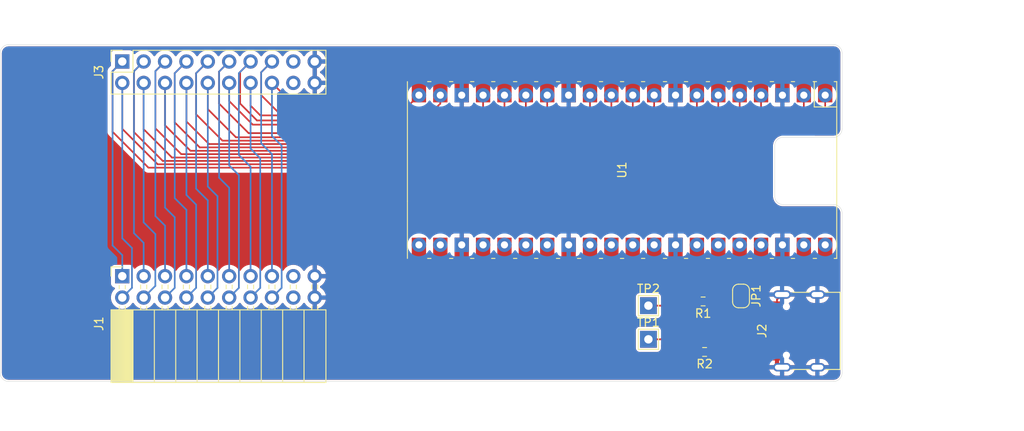
<source format=kicad_pcb>
(kicad_pcb (version 20241229) (generator "pcbnew") (generator_version "9.0")
  (layers (0 "F.Cu" signal) (2 "B.Cu" signal) (13 "F.Paste" user) (15 "B.Paste" user) (5 "F.SilkS" user "F.Silkscreen") (7 "B.SilkS" user "B.Silkscreen") (1 "F.Mask" user) (3 "B.Mask" user) (25 "Edge.Cuts" user))
  (net 0 "")
  (net 1 "/COL0")
  (net 2 "/COL8")
  (net 3 "/ROW3")
  (net 4 "/COL4")
  (net 5 "/ROW0")
  (net 6 "/COL7")
  (net 7 "/ROW1")
  (net 8 "/COL5")
  (net 10 "/ROW2")
  (net 11 "/COL1")
  (net 12 "/COL2")
  (net 13 "/COL10")
  (net 14 "/COL6")
  (net 15 "/COL9")
  (net 16 "/COL11")
  (net 17 "/COL3")
  (net 18 "GND")
  (net 20 "/VBUS")
  (net 21 "Net-(J2-CC1)")
  (net 22 "Net-(J2-CC2)")
  (net 23 "/DP")
  (net 24 "/DM")
  (net 27 "Net-(JP1-A)")
  (footprint "Connector_PinSocket_2.54mm:PinSocket_2x10_P2.54mm_Horizontal" (layer "F.Cu") (at 64.5 87.5 90)
    (property "Reference" "J1" (at -5.65 -2.77 90) (layer "F.SilkS"))
    (property "Value" "Conn_02x10_Odd_Even")
    (pad "1" thru_hole rect (at 0 0 90) (size 1.7 1.7) (drill 1) (layers "*.Cu" "*.Mask") (net 1 "/COL0"))
    (pad "2" thru_hole oval (at -2.54 0 90) (size 1.7 1.7) (drill 1) (layers "*.Cu" "*.Mask") (net 11 "/COL1"))
    (pad "3" thru_hole oval (at 0 2.54 90) (size 1.7 1.7) (drill 1) (layers "*.Cu" "*.Mask") (net 12 "/COL2"))
    (pad "4" thru_hole oval (at -2.54 2.54 90) (size 1.7 1.7) (drill 1) (layers "*.Cu" "*.Mask") (net 17 "/COL3"))
    (pad "5" thru_hole oval (at 0 5.08 90) (size 1.7 1.7) (drill 1) (layers "*.Cu" "*.Mask") (net 4 "/COL4"))
    (pad "6" thru_hole oval (at -2.54 5.08 90) (size 1.7 1.7) (drill 1) (layers "*.Cu" "*.Mask") (net 8 "/COL5"))
    (pad "7" thru_hole oval (at 0 7.62 90) (size 1.7 1.7) (drill 1) (layers "*.Cu" "*.Mask") (net 14 "/COL6"))
    (pad "8" thru_hole oval (at -2.54 7.62 90) (size 1.7 1.7) (drill 1) (layers "*.Cu" "*.Mask") (net 6 "/COL7"))
    (pad "9" thru_hole oval (at 0 10.16 90) (size 1.7 1.7) (drill 1) (layers "*.Cu" "*.Mask") (net 2 "/COL8"))
    (pad "10" thru_hole oval (at -2.54 10.16 90) (size 1.7 1.7) (drill 1) (layers "*.Cu" "*.Mask") (net 15 "/COL9"))
    (pad "11" thru_hole oval (at 0 12.7 90) (size 1.7 1.7) (drill 1) (layers "*.Cu" "*.Mask") (net 13 "/COL10"))
    (pad "12" thru_hole oval (at -2.54 12.7 90) (size 1.7 1.7) (drill 1) (layers "*.Cu" "*.Mask") (net 16 "/COL11"))
    (pad "13" thru_hole oval (at 0 15.24 90) (size 1.7 1.7) (drill 1) (layers "*.Cu" "*.Mask") (net 5 "/ROW0"))
    (pad "14" thru_hole oval (at -2.54 15.24 90) (size 1.7 1.7) (drill 1) (layers "*.Cu" "*.Mask") (net 7 "/ROW1"))
    (pad "15" thru_hole oval (at 0 17.78 90) (size 1.7 1.7) (drill 1) (layers "*.Cu" "*.Mask") (net 10 "/ROW2"))
    (pad "16" thru_hole oval (at -2.54 17.78 90) (size 1.7 1.7) (drill 1) (layers "*.Cu" "*.Mask") (net 3 "/ROW3"))
    (pad "17" thru_hole oval (at 0 20.32 90) (size 1.7 1.7) (drill 1) (layers "*.Cu" "*.Mask"))
    (pad "18" thru_hole oval (at -2.54 20.32 90) (size 1.7 1.7) (drill 1) (layers "*.Cu" "*.Mask"))
    (pad "19" thru_hole oval (at 0 22.86 90) (size 1.7 1.7) (drill 1) (layers "*.Cu" "*.Mask") (net 18 "GND"))
    (pad "20" thru_hole oval (at -2.54 22.86 90) (size 1.7 1.7) (drill 1) (layers "*.Cu" "*.Mask") (net 18 "GND"))
  )
  (footprint "Connector_USB:USB_C_Receptacle_G-Switch_GT-USB-7010ASV" (layer "F.Cu") (at 146 94 90)
    (property "Reference" "J2" (at 0 -5.5 90) (layer "F.SilkS"))
    (property "Value" "USB_C_Receptacle_USB2.0_16P")
    (pad "" np_thru_hole circle (at -2.89 -2.605 90) (size 0.65 0.65) (drill 0.65) (layers "*.Cu" "*.Mask"))
    (pad "" np_thru_hole circle (at 2.89 -2.605 90) (size 0.65 0.65) (drill 0.65) (layers "*.Cu" "*.Mask"))
    (pad "A1" smd rect (at -3.2 -3.725 90) (size 0.6 1.24) (layers "F.Cu" "F.Mask" "F.Paste") (net 18 "GND"))
    (pad "A4" smd rect (at -2.4 -3.725 90) (size 0.6 1.24) (layers "F.Cu" "F.Mask" "F.Paste") (net 20 "/VBUS"))
    (pad "A5" smd rect (at -1.25 -3.725 90) (size 0.3 1.24) (layers "F.Cu" "F.Mask" "F.Paste") (net 21 "Net-(J2-CC1)"))
    (pad "A6" smd rect (at -0.25 -3.725 90) (size 0.3 1.24) (layers "F.Cu" "F.Mask" "F.Paste") (net 23 "/DP"))
    (pad "A7" smd rect (at 0.25 -3.725 90) (size 0.3 1.24) (layers "F.Cu" "F.Mask" "F.Paste") (net 24 "/DM"))
    (pad "A8" smd rect (at 1.25 -3.725 90) (size 0.3 1.24) (layers "F.Cu" "F.Mask" "F.Paste"))
    (pad "A9" smd rect (at 2.4 -3.725 90) (size 0.6 1.24) (layers "F.Cu" "F.Mask" "F.Paste") (net 20 "/VBUS"))
    (pad "A12" smd rect (at 3.2 -3.725 90) (size 0.6 1.24) (layers "F.Cu" "F.Mask" "F.Paste") (net 18 "GND"))
    (pad "B1" smd rect (at 3.2 -3.725 90) (size 0.6 1.24) (layers "F.Cu" "F.Mask" "F.Paste") (net 18 "GND"))
    (pad "B4" smd rect (at 2.4 -3.725 90) (size 0.6 1.24) (layers "F.Cu" "F.Mask" "F.Paste") (net 20 "/VBUS"))
    (pad "B5" smd rect (at 1.75 -3.725 90) (size 0.3 1.24) (layers "F.Cu" "F.Mask" "F.Paste") (net 22 "Net-(J2-CC2)"))
    (pad "B6" smd rect (at 0.75 -3.725 90) (size 0.3 1.24) (layers "F.Cu" "F.Mask" "F.Paste") (net 23 "/DP"))
    (pad "B7" smd rect (at -0.75 -3.725 90) (size 0.3 1.24) (layers "F.Cu" "F.Mask" "F.Paste") (net 24 "/DM"))
    (pad "B8" smd rect (at -1.75 -3.725 90) (size 0.3 1.24) (layers "F.Cu" "F.Mask" "F.Paste"))
    (pad "B9" smd rect (at -2.4 -3.725 90) (size 0.6 1.24) (layers "F.Cu" "F.Mask" "F.Paste") (net 20 "/VBUS"))
    (pad "B12" smd rect (at -3.2 -3.725 90) (size 0.6 1.24) (layers "F.Cu" "F.Mask" "F.Paste") (net 18 "GND"))
    (pad "S1" thru_hole oval (at -4.32 -3.125 90) (size 1 2.1) (drill oval 0.6 1.7) (property pad_prop_heatsink) (layers "*.Cu" "*.Mask") (net 18 "GND"))
    (pad "S1" thru_hole oval (at -4.32 1.075 90) (size 1 1.8) (drill oval 0.6 1.4) (property pad_prop_heatsink) (layers "*.Cu" "*.Mask") (net 18 "GND"))
    (pad "S1" thru_hole oval (at 4.32 -3.125 90) (size 1 2.1) (drill oval 0.6 1.7) (property pad_prop_heatsink) (layers "*.Cu" "*.Mask") (net 18 "GND"))
    (pad "S1" thru_hole oval (at 4.32 1.075 90) (size 1 1.8) (drill oval 0.6 1.4) (property pad_prop_heatsink) (layers "*.Cu" "*.Mask") (net 18 "GND"))
  )
  (footprint "Jumper:SolderJumper-2_P1.3mm_Bridged_RoundedPad1.0x1.5mm" (layer "F.Cu") (at 138 89.85 -90)
    (property "Reference" "JP1" (at 0 -1.8 90) (layer "F.SilkS"))
    (property "Value" "Jumper_2_Bridged")
    (fp_poly (pts (xy 0.25 -0.3) (xy -0.25 -0.3) (xy -0.25 0.3) (xy 0.25 0.3)) (fill yes) (layer "F.Cu"))
    (pad "1" smd custom (at -0.65 0 270) (size 1 0.5) (layers "F.Cu" "F.Mask") (net 27 "Net-(JP1-A)") (options (clearance outline) (anchor rect)) (primitives (gr_circle (center 0 0.25) (end 0.5 0.25) (width 0) (fill yes)) (gr_circle (center 0 -0.25) (end 0.5 -0.25) (width 0) (fill yes)) (gr_poly (pts (xy 0.5 0.75) (xy 0 0.75) (xy 0 -0.75) (xy 0.5 -0.75)) (width 0) (fill yes))))
    (pad "2" smd custom (at 0.65 0 270) (size 1 0.5) (layers "F.Cu" "F.Mask") (net 20 "/VBUS") (options (clearance outline) (anchor rect)) (primitives (gr_circle (center 0 0.25) (end 0.5 0.25) (width 0) (fill yes)) (gr_circle (center 0 -0.25) (end 0.5 -0.25) (width 0) (fill yes)) (gr_poly (pts (xy 0 0.75) (xy -0.5 0.75) (xy -0.5 -0.75) (xy 0 -0.75)) (width 0) (fill yes))))
  )
  (footprint "Resistor_SMD:R_0603_1608Metric" (layer "F.Cu") (at 133.5 90.5 180)
    (property "Reference" "R1" (at 0 -1.43 0) (layer "F.SilkS"))
    (property "Value" "5.1k")
    (pad "1" smd roundrect (at -0.825 0 180) (size 0.8 0.95) (layers "F.Cu" "F.Mask" "F.Paste") (net 22 "Net-(J2-CC2)"))
    (pad "2" smd roundrect (at 0.825 0 180) (size 0.8 0.95) (layers "F.Cu" "F.Mask" "F.Paste") (net 18 "GND"))
  )
  (footprint "Resistor_SMD:R_0603_1608Metric" (layer "F.Cu") (at 133.675 96.5 180)
    (property "Reference" "R2" (at 0 -1.43 0) (layer "F.SilkS"))
    (property "Value" "5.1k")
    (pad "1" smd roundrect (at -0.825 0 180) (size 0.8 0.95) (layers "F.Cu" "F.Mask" "F.Paste") (net 21 "Net-(J2-CC1)"))
    (pad "2" smd roundrect (at 0.825 0 180) (size 0.8 0.95) (layers "F.Cu" "F.Mask" "F.Paste") (net 18 "GND"))
  )
  (footprint "Connector_PinSocket_2.54mm:PinSocket_2x10_P2.54mm_Vertical" (layer "F.Cu") (at 64.5 62 90)
    (property "Reference" "J3" (at -1.27 -2.77 90) (layer "F.SilkS"))
    (property "Value" "Conn_02x10_Odd_Even")
    (pad "1" thru_hole rect (at 0 0 90) (size 1.7 1.7) (drill 1) (layers "*.Cu" "*.Mask") (net 1 "/COL0"))
    (pad "2" thru_hole oval (at -2.54 0 90) (size 1.7 1.7) (drill 1) (layers "*.Cu" "*.Mask") (net 11 "/COL1"))
    (pad "3" thru_hole oval (at 0 2.54 90) (size 1.7 1.7) (drill 1) (layers "*.Cu" "*.Mask") (net 12 "/COL2"))
    (pad "4" thru_hole oval (at -2.54 2.54 90) (size 1.7 1.7) (drill 1) (layers "*.Cu" "*.Mask") (net 17 "/COL3"))
    (pad "5" thru_hole oval (at 0 5.08 90) (size 1.7 1.7) (drill 1) (layers "*.Cu" "*.Mask") (net 4 "/COL4"))
    (pad "6" thru_hole oval (at -2.54 5.08 90) (size 1.7 1.7) (drill 1) (layers "*.Cu" "*.Mask") (net 8 "/COL5"))
    (pad "7" thru_hole oval (at 0 7.62 90) (size 1.7 1.7) (drill 1) (layers "*.Cu" "*.Mask") (net 14 "/COL6"))
    (pad "8" thru_hole oval (at -2.54 7.62 90) (size 1.7 1.7) (drill 1) (layers "*.Cu" "*.Mask") (net 6 "/COL7"))
    (pad "9" thru_hole oval (at 0 10.16 90) (size 1.7 1.7) (drill 1) (layers "*.Cu" "*.Mask") (net 2 "/COL8"))
    (pad "10" thru_hole oval (at -2.54 10.16 90) (size 1.7 1.7) (drill 1) (layers "*.Cu" "*.Mask") (net 15 "/COL9"))
    (pad "11" thru_hole oval (at 0 12.7 90) (size 1.7 1.7) (drill 1) (layers "*.Cu" "*.Mask") (net 13 "/COL10"))
    (pad "12" thru_hole oval (at -2.54 12.7 90) (size 1.7 1.7) (drill 1) (layers "*.Cu" "*.Mask") (net 16 "/COL11"))
    (pad "13" thru_hole oval (at 0 15.24 90) (size 1.7 1.7) (drill 1) (layers "*.Cu" "*.Mask") (net 5 "/ROW0"))
    (pad "14" thru_hole oval (at -2.54 15.24 90) (size 1.7 1.7) (drill 1) (layers "*.Cu" "*.Mask") (net 7 "/ROW1"))
    (pad "15" thru_hole oval (at 0 17.78 90) (size 1.7 1.7) (drill 1) (layers "*.Cu" "*.Mask") (net 10 "/ROW2"))
    (pad "16" thru_hole oval (at -2.54 17.78 90) (size 1.7 1.7) (drill 1) (layers "*.Cu" "*.Mask") (net 3 "/ROW3"))
    (pad "17" thru_hole oval (at 0 20.32 90) (size 1.7 1.7) (drill 1) (layers "*.Cu" "*.Mask"))
    (pad "18" thru_hole oval (at -2.54 20.32 90) (size 1.7 1.7) (drill 1) (layers "*.Cu" "*.Mask"))
    (pad "19" thru_hole oval (at 0 22.86 90) (size 1.7 1.7) (drill 1) (layers "*.Cu" "*.Mask") (net 18 "GND"))
    (pad "20" thru_hole oval (at -2.54 22.86 90) (size 1.7 1.7) (drill 1) (layers "*.Cu" "*.Mask") (net 18 "GND"))
  )
  (footprint "TestPoint:TestPoint_THTPad_2.0x2.0mm_Drill1.0mm" (layer "F.Cu") (at 127 91)
    (property "Reference" "TP2" (at 0 -1.998 0) (layer "F.SilkS"))
    (property "Value" "TestPoint")
    (pad "1" thru_hole rect (at 0 0) (size 2 2) (drill 1) (layers "*.Cu" "*.Mask") (net 23 "/DP"))
  )
  (footprint "my_pico:pico_no_dbg_smd_th_p0.85" (layer "F.Cu") (at 123.87 74.89 -90)
    (property "Reference" "U1" (at 0 0 90) (layer "F.SilkS"))
    (property "Value" "Pico")
    (pad "1" thru_hole oval (at -8.89 -24.13 270) (size 1.7 1.7) (drill 0.85) (layers "*.Cu" "*.Mask") (net 1 "/COL0"))
    (pad "1" smd rect (at -8.89 -24.13 270) (size 3.5 1.7) (drill (offset -0.9 0)) (layers "F.Cu" "F.Mask") (net 1 "/COL0"))
    (pad "2" thru_hole oval (at -8.89 -21.59 270) (size 1.7 1.7) (drill 0.85) (layers "*.Cu" "*.Mask") (net 11 "/COL1"))
    (pad "2" smd rect (at -8.89 -21.59 270) (size 3.5 1.7) (drill (offset -0.9 0)) (layers "F.Cu" "F.Mask") (net 11 "/COL1"))
    (pad "3" thru_hole rect (at -8.89 -19.05 270) (size 1.7 1.7) (drill 0.85) (layers "*.Cu" "*.Mask") (net 18 "GND"))
    (pad "3" smd rect (at -8.89 -19.05 270) (size 3.5 1.7) (drill (offset -0.9 0)) (layers "F.Cu" "F.Mask") (net 18 "GND"))
    (pad "4" thru_hole oval (at -8.89 -16.51 270) (size 1.7 1.7) (drill 0.85) (layers "*.Cu" "*.Mask") (net 12 "/COL2"))
    (pad "4" smd rect (at -8.89 -16.51 270) (size 3.5 1.7) (drill (offset -0.9 0)) (layers "F.Cu" "F.Mask") (net 12 "/COL2"))
    (pad "5" thru_hole oval (at -8.89 -13.97 270) (size 1.7 1.7) (drill 0.85) (layers "*.Cu" "*.Mask") (net 17 "/COL3"))
    (pad "5" smd rect (at -8.89 -13.97 270) (size 3.5 1.7) (drill (offset -0.9 0)) (layers "F.Cu" "F.Mask") (net 17 "/COL3"))
    (pad "6" thru_hole oval (at -8.89 -11.43 270) (size 1.7 1.7) (drill 0.85) (layers "*.Cu" "*.Mask") (net 4 "/COL4"))
    (pad "6" smd rect (at -8.89 -11.43 270) (size 3.5 1.7) (drill (offset -0.9 0)) (layers "F.Cu" "F.Mask") (net 4 "/COL4"))
    (pad "7" thru_hole oval (at -8.89 -8.89 270) (size 1.7 1.7) (drill 0.85) (layers "*.Cu" "*.Mask") (net 8 "/COL5"))
    (pad "7" smd rect (at -8.89 -8.89 270) (size 3.5 1.7) (drill (offset -0.9 0)) (layers "F.Cu" "F.Mask") (net 8 "/COL5"))
    (pad "8" thru_hole rect (at -8.89 -6.35 270) (size 1.7 1.7) (drill 0.85) (layers "*.Cu" "*.Mask") (net 18 "GND"))
    (pad "8" smd rect (at -8.89 -6.35 270) (size 3.5 1.7) (drill (offset -0.9 0)) (layers "F.Cu" "F.Mask") (net 18 "GND"))
    (pad "9" thru_hole oval (at -8.89 -3.81 270) (size 1.7 1.7) (drill 0.85) (layers "*.Cu" "*.Mask") (net 14 "/COL6"))
    (pad "9" smd rect (at -8.89 -3.81 270) (size 3.5 1.7) (drill (offset -0.9 0)) (layers "F.Cu" "F.Mask") (net 14 "/COL6"))
    (pad "10" thru_hole oval (at -8.89 -1.27 270) (size 1.7 1.7) (drill 0.85) (layers "*.Cu" "*.Mask") (net 6 "/COL7"))
    (pad "10" smd rect (at -8.89 -1.27 270) (size 3.5 1.7) (drill (offset -0.9 0)) (layers "F.Cu" "F.Mask") (net 6 "/COL7"))
    (pad "11" thru_hole oval (at -8.89 1.27 270) (size 1.7 1.7) (drill 0.85) (layers "*.Cu" "*.Mask") (net 2 "/COL8"))
    (pad "11" smd rect (at -8.89 1.27 270) (size 3.5 1.7) (drill (offset -0.9 0)) (layers "F.Cu" "F.Mask") (net 2 "/COL8"))
    (pad "12" thru_hole oval (at -8.89 3.81 270) (size 1.7 1.7) (drill 0.85) (layers "*.Cu" "*.Mask") (net 15 "/COL9"))
    (pad "12" smd rect (at -8.89 3.81 270) (size 3.5 1.7) (drill (offset -0.9 0)) (layers "F.Cu" "F.Mask") (net 15 "/COL9"))
    (pad "13" thru_hole rect (at -8.89 6.35 270) (size 1.7 1.7) (drill 0.85) (layers "*.Cu" "*.Mask") (net 18 "GND"))
    (pad "13" smd rect (at -8.89 6.35 270) (size 3.5 1.7) (drill (offset -0.9 0)) (layers "F.Cu" "F.Mask") (net 18 "GND"))
    (pad "14" thru_hole oval (at -8.89 8.89 270) (size 1.7 1.7) (drill 0.85) (layers "*.Cu" "*.Mask") (net 13 "/COL10"))
    (pad "14" smd rect (at -8.89 8.89 270) (size 3.5 1.7) (drill (offset -0.9 0)) (layers "F.Cu" "F.Mask") (net 13 "/COL10"))
    (pad "15" thru_hole oval (at -8.89 11.43 270) (size 1.7 1.7) (drill 0.85) (layers "*.Cu" "*.Mask") (net 16 "/COL11"))
    (pad "15" smd rect (at -8.89 11.43 270) (size 3.5 1.7) (drill (offset -0.9 0)) (layers "F.Cu" "F.Mask") (net 16 "/COL11"))
    (pad "16" thru_hole oval (at -8.89 13.97 270) (size 1.7 1.7) (drill 0.85) (layers "*.Cu" "*.Mask") (net 5 "/ROW0"))
    (pad "16" smd rect (at -8.89 13.97 270) (size 3.5 1.7) (drill (offset -0.9 0)) (layers "F.Cu" "F.Mask") (net 5 "/ROW0"))
    (pad "17" thru_hole oval (at -8.89 16.51 270) (size 1.7 1.7) (drill 0.85) (layers "*.Cu" "*.Mask") (net 7 "/ROW1"))
    (pad "17" smd rect (at -8.89 16.51 270) (size 3.5 1.7) (drill (offset -0.9 0)) (layers "F.Cu" "F.Mask") (net 7 "/ROW1"))
    (pad "18" thru_hole rect (at -8.89 19.05 270) (size 1.7 1.7) (drill 0.85) (layers "*.Cu" "*.Mask") (net 18 "GND"))
    (pad "18" smd rect (at -8.89 19.05 270) (size 3.5 1.7) (drill (offset -0.9 0)) (layers "F.Cu" "F.Mask") (net 18 "GND"))
    (pad "19" thru_hole oval (at -8.89 21.59 270) (size 1.7 1.7) (drill 0.85) (layers "*.Cu" "*.Mask") (net 10 "/ROW2"))
    (pad "19" smd rect (at -8.89 21.59 270) (size 3.5 1.7) (drill (offset -0.9 0)) (layers "F.Cu" "F.Mask") (net 10 "/ROW2"))
    (pad "20" thru_hole oval (at -8.89 24.13 270) (size 1.7 1.7) (drill 0.85) (layers "*.Cu" "*.Mask") (net 3 "/ROW3"))
    (pad "20" smd rect (at -8.89 24.13 270) (size 3.5 1.7) (drill (offset -0.9 0)) (layers "F.Cu" "F.Mask") (net 3 "/ROW3"))
    (pad "21" thru_hole oval (at 8.89 24.13 270) (size 1.7 1.7) (drill 0.85) (layers "*.Cu" "*.Mask"))
    (pad "21" smd rect (at 8.89 24.13 270) (size 3.5 1.7) (drill (offset 0.9 0)) (layers "F.Cu" "F.Mask"))
    (pad "22" thru_hole oval (at 8.89 21.59 270) (size 1.7 1.7) (drill 0.85) (layers "*.Cu" "*.Mask"))
    (pad "22" smd rect (at 8.89 21.59 270) (size 3.5 1.7) (drill (offset 0.9 0)) (layers "F.Cu" "F.Mask"))
    (pad "23" thru_hole rect (at 8.89 19.05 270) (size 1.7 1.7) (drill 0.85) (layers "*.Cu" "*.Mask") (net 18 "GND"))
    (pad "23" smd rect (at 8.89 19.05 270) (size 3.5 1.7) (drill (offset 0.9 0)) (layers "F.Cu" "F.Mask") (net 18 "GND"))
    (pad "24" thru_hole oval (at 8.89 16.51 270) (size 1.7 1.7) (drill 0.85) (layers "*.Cu" "*.Mask"))
    (pad "24" smd rect (at 8.89 16.51 270) (size 3.5 1.7) (drill (offset 0.9 0)) (layers "F.Cu" "F.Mask"))
    (pad "25" thru_hole oval (at 8.89 13.97 270) (size 1.7 1.7) (drill 0.85) (layers "*.Cu" "*.Mask"))
    (pad "25" smd rect (at 8.89 13.97 270) (size 3.5 1.7) (drill (offset 0.9 0)) (layers "F.Cu" "F.Mask"))
    (pad "26" thru_hole oval (at 8.89 11.43 270) (size 1.7 1.7) (drill 0.85) (layers "*.Cu" "*.Mask"))
    (pad "26" smd rect (at 8.89 11.43 270) (size 3.5 1.7) (drill (offset 0.9 0)) (layers "F.Cu" "F.Mask"))
    (pad "27" thru_hole oval (at 8.89 8.89 270) (size 1.7 1.7) (drill 0.85) (layers "*.Cu" "*.Mask"))
    (pad "27" smd rect (at 8.89 8.89 270) (size 3.5 1.7) (drill (offset 0.9 0)) (layers "F.Cu" "F.Mask"))
    (pad "28" thru_hole rect (at 8.89 6.35 270) (size 1.7 1.7) (drill 0.85) (layers "*.Cu" "*.Mask") (net 18 "GND"))
    (pad "28" smd rect (at 8.89 6.35 270) (size 3.5 1.7) (drill (offset 0.9 0)) (layers "F.Cu" "F.Mask") (net 18 "GND"))
    (pad "29" thru_hole oval (at 8.89 3.81 270) (size 1.7 1.7) (drill 0.85) (layers "*.Cu" "*.Mask"))
    (pad "29" smd rect (at 8.89 3.81 270) (size 3.5 1.7) (drill (offset 0.9 0)) (layers "F.Cu" "F.Mask"))
    (pad "30" thru_hole oval (at 8.89 1.27 270) (size 1.7 1.7) (drill 0.85) (layers "*.Cu" "*.Mask"))
    (pad "30" smd rect (at 8.89 1.27 270) (size 3.5 1.7) (drill (offset 0.9 0)) (layers "F.Cu" "F.Mask"))
    (pad "31" thru_hole oval (at 8.89 -1.27 270) (size 1.7 1.7) (drill 0.85) (layers "*.Cu" "*.Mask"))
    (pad "31" smd rect (at 8.89 -1.27 270) (size 3.5 1.7) (drill (offset 0.9 0)) (layers "F.Cu" "F.Mask"))
    (pad "32" thru_hole oval (at 8.89 -3.81 270) (size 1.7 1.7) (drill 0.85) (layers "*.Cu" "*.Mask"))
    (pad "32" smd rect (at 8.89 -3.81 270) (size 3.5 1.7) (drill (offset 0.9 0)) (layers "F.Cu" "F.Mask"))
    (pad "33" thru_hole rect (at 8.89 -6.35 270) (size 1.7 1.7) (drill 0.85) (layers "*.Cu" "*.Mask") (net 18 "GND"))
    (pad "33" smd rect (at 8.89 -6.35 270) (size 3.5 1.7) (drill (offset 0.9 0)) (layers "F.Cu" "F.Mask") (net 18 "GND"))
    (pad "34" thru_hole oval (at 8.89 -8.89 270) (size 1.7 1.7) (drill 0.85) (layers "*.Cu" "*.Mask"))
    (pad "34" smd rect (at 8.89 -8.89 270) (size 3.5 1.7) (drill (offset 0.9 0)) (layers "F.Cu" "F.Mask"))
    (pad "35" thru_hole oval (at 8.89 -11.43 270) (size 1.7 1.7) (drill 0.85) (layers "*.Cu" "*.Mask"))
    (pad "35" smd rect (at 8.89 -11.43 270) (size 3.5 1.7) (drill (offset 0.9 0)) (layers "F.Cu" "F.Mask"))
    (pad "36" thru_hole oval (at 8.89 -13.97 270) (size 1.7 1.7) (drill 0.85) (layers "*.Cu" "*.Mask"))
    (pad "36" smd rect (at 8.89 -13.97 270) (size 3.5 1.7) (drill (offset 0.9 0)) (layers "F.Cu" "F.Mask"))
    (pad "37" thru_hole oval (at 8.89 -16.51 270) (size 1.7 1.7) (drill 0.85) (layers "*.Cu" "*.Mask"))
    (pad "37" smd rect (at 8.89 -16.51 270) (size 3.5 1.7) (drill (offset 0.9 0)) (layers "F.Cu" "F.Mask"))
    (pad "38" thru_hole rect (at 8.89 -19.05 270) (size 1.7 1.7) (drill 0.85) (layers "*.Cu" "*.Mask") (net 18 "GND"))
    (pad "38" smd rect (at 8.89 -19.05 270) (size 3.5 1.7) (drill (offset 0.9 0)) (layers "F.Cu" "F.Mask") (net 18 "GND"))
    (pad "39" thru_hole oval (at 8.89 -21.59 270) (size 1.7 1.7) (drill 0.85) (layers "*.Cu" "*.Mask"))
    (pad "39" smd rect (at 8.89 -21.59 270) (size 3.5 1.7) (drill (offset 0.9 0)) (layers "F.Cu" "F.Mask"))
    (pad "40" thru_hole oval (at 8.89 -24.13 270) (size 1.7 1.7) (drill 0.85) (layers "*.Cu" "*.Mask") (net 27 "Net-(JP1-A)"))
    (pad "40" smd rect (at 8.89 -24.13 270) (size 3.5 1.7) (drill (offset 0.9 0)) (layers "F.Cu" "F.Mask") (net 27 "Net-(JP1-A)"))
  )
  (footprint "TestPoint:TestPoint_THTPad_2.0x2.0mm_Drill1.0mm" (layer "F.Cu") (at 127 95)
    (property "Reference" "TP1" (at 0 -1.998 0) (layer "F.SilkS"))
    (property "Value" "TestPoint")
    (pad "1" thru_hole rect (at 0 0) (size 2 2) (drill 1) (layers "*.Cu" "*.Mask") (net 24 "/DM"))
  )
  (gr_arc (start 143 79) (mid 142.292893 78.707107) (end 142 78) (stroke (width 0.05)) (layer "Edge.Cuts"))
  (gr_line (start 142 72) (end 142 78) (stroke (width 0.05)) (layer "Edge.Cuts"))
  (gr_arc (start 150 99) (mid 149.707107 99.707107) (end 149 100) (stroke (width 0.05)) (layer "Edge.Cuts"))
  (gr_arc (start 149 60) (mid 149.707107 60.292893) (end 150 61) (stroke (width 0.05)) (layer "Edge.Cuts"))
  (gr_line (start 150 80) (end 150 99) (stroke (width 0.05)) (layer "Edge.Cuts"))
  (gr_arc (start 142 72) (mid 142.292893 71.292893) (end 143 71) (stroke (width 0.05)) (layer "Edge.Cuts"))
  (gr_arc (start 149 79) (mid 149.707107 79.292893) (end 150 80) (stroke (width 0.05)) (layer "Edge.Cuts"))
  (gr_line (start 50 99) (end 50 61) (stroke (width 0.05)) (layer "Edge.Cuts"))
  (gr_arc (start 150 70) (mid 149.707107 70.707107) (end 149 71) (stroke (width 0.05)) (layer "Edge.Cuts"))
  (gr_line (start 149 100) (end 51 100) (stroke (width 0.05)) (layer "Edge.Cuts"))
  (gr_line (start 51 60) (end 149 60) (stroke (width 0.05)) (layer "Edge.Cuts"))
  (gr_arc (start 50 61) (mid 50.292893 60.292893) (end 51 60) (stroke (width 0.05)) (layer "Edge.Cuts"))
  (gr_line (start 149 71) (end 143 71) (stroke (width 0.05)) (layer "Edge.Cuts"))
  (gr_line (start 150 61) (end 150 70) (stroke (width 0.05)) (layer "Edge.Cuts"))
  (gr_line (start 143 79) (end 149 79) (stroke (width 0.05)) (layer "Edge.Cuts"))
  (gr_arc (start 51 100) (mid 50.292893 99.707107) (end 50 99) (stroke (width 0.05)) (layer "Edge.Cuts"))
  (segment (start 125 72.505) (end 131.0905 72.505) (width 0.2) (layer "F.Cu") (net 1))
  (segment (start 131.0905 72.505) (end 133.5955 70) (width 0.2) (layer "F.Cu") (net 1))
  (segment (start 146.5 70) (end 148 68.5) (width 0.2) (layer "F.Cu") (net 1))
  (segment (start 133.5955 70) (end 146.5 70) (width 0.2) (layer "F.Cu") (net 1))
  (segment (start 64.5 62) (end 63.349 63.151) (width 0.2) (layer "F.Cu") (net 1))
  (segment (start 67.609 74.609) (end 122.896 74.609) (width 0.2) (layer "F.Cu") (net 1))
  (segment (start 148 68.5) (end 148 66) (width 0.2) (layer "F.Cu") (net 1))
  (segment (start 63.349 63.151) (end 63.349 70.349) (width 0.2) (layer "F.Cu") (net 1))
  (segment (start 63.349 70.349) (end 67.609 74.609) (width 0.2) (layer "F.Cu") (net 1))
  (segment (start 122.896 74.609) (end 125 72.505) (width 0.2) (layer "F.Cu") (net 1))
  (segment (start 64.5 62) (end 63.349 63.151) (width 0.2) (layer "B.Cu") (net 1))
  (segment (start 64.5 85) (end 64.5 87.5) (width 0.2) (layer "B.Cu") (net 1))
  (segment (start 63.349 83.849) (end 64.5 85) (width 0.2) (layer "B.Cu") (net 1))
  (segment (start 63.349 63.151) (end 63.349 83.849) (width 0.2) (layer "B.Cu") (net 1))
  (segment (start 122.6 69.4729) (end 120.6719 71.401) (width 0.2) (layer "F.Cu") (net 2))
  (segment (start 73.271 63.389) (end 74.66 62) (width 0.2) (layer "F.Cu") (net 2))
  (segment (start 76.401 71.401) (end 73.271 68.271) (width 0.2) (layer "F.Cu") (net 2))
  (segment (start 122.6 66) (end 122.6 69.4729) (width 0.2) (layer "F.Cu") (net 2))
  (segment (start 73.271 68.271) (end 73.271 63.389) (width 0.2) (layer "F.Cu") (net 2))
  (segment (start 120.6719 71.401) (end 76.401 71.401) (width 0.2) (layer "F.Cu") (net 2))
  (segment (start 74.66 78.5) (end 74.66 87.5) (width 0.2) (layer "B.Cu") (net 2))
  (segment (start 73.271 77.111) (end 74.66 78.5) (width 0.2) (layer "B.Cu") (net 2))
  (segment (start 74.66 62) (end 73.271 63.389) (width 0.2) (layer "B.Cu") (net 2))
  (segment (start 73.271 63.389) (end 73.271 77.111) (width 0.2) (layer "B.Cu") (net 2))
  (segment (start 99.74 66) (end 98.24 67.5) (width 0.2) (layer "F.Cu") (net 3))
  (segment (start 98.24 67.5) (end 85.24 67.5) (width 0.2) (layer "F.Cu") (net 3))
  (segment (start 85.24 67.5) (end 82.28 64.54) (width 0.2) (layer "F.Cu") (net 3))
  (segment (start 83.431 88.889) (end 82.28 90.04) (width 0.2) (layer "B.Cu") (net 3))
  (segment (start 83.431 72) (end 83.431 88.889) (width 0.2) (layer "B.Cu") (net 3))
  (segment (start 82.28 64.54) (end 82.28 70.849) (width 0.2) (layer "B.Cu") (net 3))
  (segment (start 82.28 70.849) (end 83.431 72) (width 0.2) (layer "B.Cu") (net 3))
  (segment (start 121.896 73.005) (end 124 70.901) (width 0.2) (layer "F.Cu") (net 4))
  (segment (start 134.5 68.2) (end 135.3 67.4) (width 0.2) (layer "F.Cu") (net 4))
  (segment (start 68.429 63.151) (end 68.429 69.929) (width 0.2) (layer "F.Cu") (net 4))
  (segment (start 133.1271 68.2) (end 134.5 68.2) (width 0.2) (layer "F.Cu") (net 4))
  (segment (start 135.3 67.4) (end 135.3 66) (width 0.2) (layer "F.Cu") (net 4))
  (segment (start 71.505 73.005) (end 121.896 73.005) (width 0.2) (layer "F.Cu") (net 4))
  (segment (start 68.429 69.929) (end 71.505 73.005) (width 0.2) (layer "F.Cu") (net 4))
  (segment (start 130.4261 70.901) (end 133.1271 68.2) (width 0.2) (layer "F.Cu") (net 4))
  (segment (start 124 70.901) (end 130.4261 70.901) (width 0.2) (layer "F.Cu") (net 4))
  (segment (start 69.58 62) (end 68.429 63.151) (width 0.2) (layer "F.Cu") (net 4))
  (segment (start 69.58 62) (end 68.429 63.151) (width 0.2) (layer "B.Cu") (net 4))
  (segment (start 68.429 63.151) (end 68.429 80.349) (width 0.2) (layer "B.Cu") (net 4))
  (segment (start 68.429 80.349) (end 69.58 81.5) (width 0.2) (layer "B.Cu") (net 4))
  (segment (start 69.58 81.5) (end 69.58 87.5) (width 0.2) (layer "B.Cu") (net 4))
  (segment (start 80.5 69) (end 109.4 69) (width 0.2) (layer "F.Cu") (net 5))
  (segment (start 78.5 63.24) (end 78.5 67) (width 0.2) (layer "F.Cu") (net 5))
  (segment (start 78.5 67) (end 80.5 69) (width 0.2) (layer "F.Cu") (net 5))
  (segment (start 109.9 68.5) (end 109.9 66) (width 0.2) (layer "F.Cu") (net 5))
  (segment (start 109.4 69) (end 109.9 68.5) (width 0.2) (layer "F.Cu") (net 5))
  (segment (start 79.74 62) (end 78.5 63.24) (width 0.2) (layer "F.Cu") (net 5))
  (segment (start 79.74 74.5) (end 79.74 87.5) (width 0.2) (layer "B.Cu") (net 5))
  (segment (start 78.351 63.389) (end 78.351 73.111) (width 0.2) (layer "B.Cu") (net 5))
  (segment (start 79.74 62) (end 78.351 63.389) (width 0.2) (layer "B.Cu") (net 5))
  (segment (start 78.351 73.111) (end 79.74 74.5) (width 0.2) (layer "B.Cu") (net 5))
  (segment (start 123.901 69.599) (end 123.041 69.599) (width 0.2) (layer "F.Cu") (net 6))
  (segment (start 125.14 68.36) (end 123.901 69.599) (width 0.2) (layer "F.Cu") (net 6))
  (segment (start 123.041 69.599) (end 120.838 71.802) (width 0.2) (layer "F.Cu") (net 6))
  (segment (start 74.802 71.802) (end 72.12 69.12) (width 0.2) (layer "F.Cu") (net 6))
  (segment (start 125.14 66) (end 125.14 68.36) (width 0.2) (layer "F.Cu") (net 6))
  (segment (start 120.838 71.802) (end 74.802 71.802) (width 0.2) (layer "F.Cu") (net 6))
  (segment (start 72.12 69.12) (end 72.12 64.54) (width 0.2) (layer "F.Cu") (net 6))
  (segment (start 73.271 88.889) (end 72.12 90.04) (width 0.2) (layer "B.Cu") (net 6))
  (segment (start 72.12 64.54) (end 72.12 77.849) (width 0.2) (layer "B.Cu") (net 6))
  (segment (start 73.271 79) (end 73.271 88.889) (width 0.2) (layer "B.Cu") (net 6))
  (segment (start 72.12 77.849) (end 73.271 79) (width 0.2) (layer "B.Cu") (net 6))
  (segment (start 80.901 68.401) (end 106.959 68.401) (width 0.2) (layer "F.Cu") (net 7))
  (segment (start 106.959 68.401) (end 107.36 68) (width 0.2) (layer "F.Cu") (net 7))
  (segment (start 107.36 68) (end 107.36 66) (width 0.2) (layer "F.Cu") (net 7))
  (segment (start 79.74 67.24) (end 80.901 68.401) (width 0.2) (layer "F.Cu") (net 7))
  (segment (start 79.74 64.54) (end 79.74 67.24) (width 0.2) (layer "F.Cu") (net 7))
  (segment (start 79.74 72.349) (end 80.891 73.5) (width 0.2) (layer "B.Cu") (net 7))
  (segment (start 80.891 88.889) (end 79.74 90.04) (width 0.2) (layer "B.Cu") (net 7))
  (segment (start 79.74 64.54) (end 79.74 72.349) (width 0.2) (layer "B.Cu") (net 7))
  (segment (start 80.891 73.5) (end 80.891 88.889) (width 0.2) (layer "B.Cu") (net 7))
  (segment (start 132.76 66) (end 132.76 68) (width 0.2) (layer "F.Cu") (net 8))
  (segment (start 72.604 72.604) (end 69.58 69.58) (width 0.2) (layer "F.Cu") (net 8))
  (segment (start 121.396 72.604) (end 72.604 72.604) (width 0.2) (layer "F.Cu") (net 8))
  (segment (start 69.58 69.58) (end 69.58 64.54) (width 0.2) (layer "F.Cu") (net 8))
  (segment (start 123.5 70.5) (end 121.396 72.604) (width 0.2) (layer "F.Cu") (net 8))
  (segment (start 130.26 70.5) (end 123.5 70.5) (width 0.2) (layer "F.Cu") (net 8))
  (segment (start 132.76 68) (end 130.26 70.5) (width 0.2) (layer "F.Cu") (net 8))
  (segment (start 69.58 64.54) (end 69.58 79.349) (width 0.2) (layer "B.Cu") (net 8))
  (segment (start 70.731 80.5) (end 70.731 88.889) (width 0.2) (layer "B.Cu") (net 8))
  (segment (start 69.58 79.349) (end 70.731 80.5) (width 0.2) (layer "B.Cu") (net 8))
  (segment (start 70.731 88.889) (end 69.58 90.04) (width 0.2) (layer "B.Cu") (net 8))
  (segment (start 81 66) (end 83 68) (width 0.2) (layer "F.Cu") (net 10))
  (segment (start 82.28 62) (end 81 63.28) (width 0.2) (layer "F.Cu") (net 10))
  (segment (start 101.28 68) (end 102.28 67) (width 0.2) (layer "F.Cu") (net 10))
  (segment (start 102.28 67) (end 102.28 66) (width 0.2) (layer "F.Cu") (net 10))
  (segment (start 83 68) (end 101.28 68) (width 0.2) (layer "F.Cu") (net 10))
  (segment (start 81 63.28) (end 81 66) (width 0.2) (layer "F.Cu") (net 10))
  (segment (start 82.28 73) (end 82.28 87.5) (width 0.2) (layer "B.Cu") (net 10))
  (segment (start 81 71.72) (end 82.28 73) (width 0.2) (layer "B.Cu") (net 10))
  (segment (start 82.28 62) (end 81 63.28) (width 0.2) (layer "B.Cu") (net 10))
  (segment (start 81 63.28) (end 81 71.72) (width 0.2) (layer "B.Cu") (net 10))
  (segment (start 145.46 68) (end 145.46 66) (width 0.2) (layer "F.Cu") (net 11))
  (segment (start 64.5 70) (end 68.708 74.208) (width 0.2) (layer "F.Cu") (net 11))
  (segment (start 68.708 74.208) (end 122.4262 74.208) (width 0.2) (layer "F.Cu") (net 11))
  (segment (start 133.5284 69.5) (end 144 69.5) (width 0.2) (layer "F.Cu") (net 11))
  (segment (start 144.98 68.52) (end 144.98 68.48) (width 0.2) (layer "F.Cu") (net 11))
  (segment (start 122.4262 74.208) (end 124.5302 72.104) (width 0.2) (layer "F.Cu") (net 11))
  (segment (start 124.5302 72.104) (end 130.9244 72.104) (width 0.2) (layer "F.Cu") (net 11))
  (segment (start 64.5 64.54) (end 64.5 70) (width 0.2) (layer "F.Cu") (net 11))
  (segment (start 144 69.5) (end 144.98 68.52) (width 0.2) (layer "F.Cu") (net 11))
  (segment (start 144.98 68.48) (end 145.46 68) (width 0.2) (layer "F.Cu") (net 11))
  (segment (start 130.9244 72.104) (end 133.5284 69.5) (width 0.2) (layer "F.Cu") (net 11))
  (segment (start 64.5 83) (end 64.5 64.54) (width 0.2) (layer "B.Cu") (net 11))
  (segment (start 65.651 84.151) (end 64.5 83) (width 0.2) (layer "B.Cu") (net 11))
  (segment (start 65.651 88.889) (end 65.651 84.151) (width 0.2) (layer "B.Cu") (net 11))
  (segment (start 64.5 90.04) (end 65.651 88.889) (width 0.2) (layer "B.Cu") (net 11))
  (segment (start 130.7583 71.703) (end 133.3632 69.0981) (width 0.2) (layer "F.Cu") (net 12))
  (segment (start 67.04 62) (end 65.889 63.151) (width 0.2) (layer "F.Cu") (net 12))
  (segment (start 122.2601 73.807) (end 124.3641 71.703) (width 0.2) (layer "F.Cu") (net 12))
  (segment (start 69.307 73.807) (end 122.2601 73.807) (width 0.2) (layer "F.Cu") (net 12))
  (segment (start 133.3632 69.0981) (end 137.9019 69.0981) (width 0.2) (layer "F.Cu") (net 12))
  (segment (start 65.889 63.151) (end 65.889 70.389) (width 0.2) (layer "F.Cu") (net 12))
  (segment (start 138.781 69.099) (end 140.38 67.5) (width 0.2) (layer "F.Cu") (net 12))
  (segment (start 124.3641 71.703) (end 130.7583 71.703) (width 0.2) (layer "F.Cu") (net 12))
  (segment (start 137.9028 69.099) (end 138.781 69.099) (width 0.2) (layer "F.Cu") (net 12))
  (segment (start 137.9019 69.0981) (end 137.9028 69.099) (width 0.2) (layer "F.Cu") (net 12))
  (segment (start 140.38 67.5) (end 140.38 66) (width 0.2) (layer "F.Cu") (net 12))
  (segment (start 65.889 70.389) (end 69.307 73.807) (width 0.2) (layer "F.Cu") (net 12))
  (segment (start 67.04 62) (end 65.889 63.151) (width 0.2) (layer "B.Cu") (net 12))
  (segment (start 65.889 82.389) (end 67.04 83.54) (width 0.2) (layer "B.Cu") (net 12))
  (segment (start 67.04 83.54) (end 67.04 87.5) (width 0.2) (layer "B.Cu") (net 12))
  (segment (start 65.889 63.151) (end 65.889 82.389) (width 0.2) (layer "B.Cu") (net 12))
  (segment (start 76 63.2) (end 77.2 62) (width 0.2) (layer "F.Cu") (net 13))
  (segment (start 114.495 70.505) (end 79.505 70.505) (width 0.2) (layer "F.Cu") (net 13))
  (segment (start 114.98 66) (end 114.98 70.02) (width 0.2) (layer "F.Cu") (net 13))
  (segment (start 114.98 70.02) (end 114.495 70.505) (width 0.2) (layer "F.Cu") (net 13))
  (segment (start 76 67) (end 76 63.2) (width 0.2) (layer "F.Cu") (net 13))
  (segment (start 79.505 70.505) (end 76 67) (width 0.2) (layer "F.Cu") (net 13))
  (segment (start 77.2 62) (end 76 63.2) (width 0.2) (layer "B.Cu") (net 13))
  (segment (start 76 63.2) (end 76 75.8) (width 0.2) (layer "B.Cu") (net 13))
  (segment (start 77.2 77) (end 77.2 87.5) (width 0.2) (layer "B.Cu") (net 13))
  (segment (start 76 75.8) (end 77.2 77) (width 0.2) (layer "B.Cu") (net 13))
  (segment (start 127.68 67.32) (end 125 70) (width 0.2) (layer "F.Cu") (net 14))
  (segment (start 70.731 63.389) (end 72.12 62) (width 0.2) (layer "F.Cu") (net 14))
  (segment (start 70.731 69.231) (end 70.731 63.389) (width 0.2) (layer "F.Cu") (net 14))
  (segment (start 127.68 66) (end 127.68 67.32) (width 0.2) (layer "F.Cu") (net 14))
  (segment (start 123.2071 70) (end 121.0041 72.203) (width 0.2) (layer "F.Cu") (net 14))
  (segment (start 121.0041 72.203) (end 73.703 72.203) (width 0.2) (layer "F.Cu") (net 14))
  (segment (start 73.703 72.203) (end 70.731 69.231) (width 0.2) (layer "F.Cu") (net 14))
  (segment (start 125 70) (end 123.2071 70) (width 0.2) (layer "F.Cu") (net 14))
  (segment (start 70.731 78.231) (end 72.12 79.62) (width 0.2) (layer "B.Cu") (net 14))
  (segment (start 72.12 62) (end 70.731 63.389) (width 0.2) (layer "B.Cu") (net 14))
  (segment (start 70.731 63.389) (end 70.731 78.231) (width 0.2) (layer "B.Cu") (net 14))
  (segment (start 72.12 79.62) (end 72.12 87.5) (width 0.2) (layer "B.Cu") (net 14))
  (segment (start 120.06 69.94) (end 119 71) (width 0.2) (layer "F.Cu") (net 15))
  (segment (start 78 71) (end 74.66 67.66) (width 0.2) (layer "F.Cu") (net 15))
  (segment (start 120.06 66) (end 120.06 69.94) (width 0.2) (layer "F.Cu") (net 15))
  (segment (start 119 71) (end 78 71) (width 0.2) (layer "F.Cu") (net 15))
  (segment (start 74.66 67.66) (end 74.66 64.54) (width 0.2) (layer "F.Cu") (net 15))
  (segment (start 75.811 78) (end 75.811 88.889) (width 0.2) (layer "B.Cu") (net 15))
  (segment (start 74.66 76.849) (end 75.811 78) (width 0.2) (layer "B.Cu") (net 15))
  (segment (start 74.66 64.54) (end 74.66 76.849) (width 0.2) (layer "B.Cu") (net 15))
  (segment (start 75.811 88.889) (end 74.66 90.04) (width 0.2) (layer "B.Cu") (net 15))
  (segment (start 77.2 66.7) (end 80 69.5) (width 0.2) (layer "F.Cu") (net 16))
  (segment (start 80 69.5) (end 111.5 69.5) (width 0.2) (layer "F.Cu") (net 16))
  (segment (start 111.5 69.5) (end 112.44 68.56) (width 0.2) (layer "F.Cu") (net 16))
  (segment (start 112.44 68.56) (end 112.44 66) (width 0.2) (layer "F.Cu") (net 16))
  (segment (start 77.2 64.54) (end 77.2 66.7) (width 0.2) (layer "F.Cu") (net 16))
  (segment (start 78.351 88.889) (end 77.2 90.04) (width 0.2) (layer "B.Cu") (net 16))
  (segment (start 77.2 64.54) (end 77.2 74.349) (width 0.2) (layer "B.Cu") (net 16))
  (segment (start 77.2 74.349) (end 78.351 75.5) (width 0.2) (layer "B.Cu") (net 16))
  (segment (start 78.351 75.5) (end 78.351 88.889) (width 0.2) (layer "B.Cu") (net 16))
  (segment (start 67.04 64.54) (end 67.04 70.04) (width 0.2) (layer "F.Cu") (net 17))
  (segment (start 122.094 73.406) (end 124.198 71.302) (width 0.2) (layer "F.Cu") (net 17))
  (segment (start 124.198 71.302) (end 130.5922 71.302) (width 0.2) (layer "F.Cu") (net 17))
  (segment (start 133.1971 68.6971) (end 137.1429 68.6971) (width 0.2) (layer "F.Cu") (net 17))
  (segment (start 130.5922 71.302) (end 133.1971 68.6971) (width 0.2) (layer "F.Cu") (net 17))
  (segment (start 67.04 70.04) (end 70.406 73.406) (width 0.2) (layer "F.Cu") (net 17))
  (segment (start 70.406 73.406) (end 122.094 73.406) (width 0.2) (layer "F.Cu") (net 17))
  (segment (start 137.1429 68.6971) (end 137.84 68) (width 0.2) (layer "F.Cu") (net 17))
  (segment (start 137.84 68) (end 137.84 66) (width 0.2) (layer "F.Cu") (net 17))
  (segment (start 67.04 81.111) (end 68.429 82.5) (width 0.2) (layer "B.Cu") (net 17))
  (segment (start 67.04 64.54) (end 67.04 81.111) (width 0.2) (layer "B.Cu") (net 17))
  (segment (start 68.429 88.651) (end 67.04 90.04) (width 0.2) (layer "B.Cu") (net 17))
  (segment (start 68.429 82.5) (end 68.429 88.651) (width 0.2) (layer "B.Cu") (net 17))
  (segment (start 142.275 90.8) (end 142.275 90.28) (width 0.2) (layer "F.Cu") (net 18))
  (segment (start 142.275 97.72) (end 142.875 98.32) (width 0.2) (layer "F.Cu") (net 18))
  (segment (start 142.275 97.2) (end 142.275 97.72) (width 0.2) (layer "F.Cu") (net 18))
  (segment (start 142.275 90.28) (end 142.875 89.68) (width 0.2) (layer "F.Cu") (net 18))
  (segment (start 142.474 96.201) (end 142.275 96.4) (width 0.2) (layer "F.Cu") (net 20))
  (segment (start 143.5 92) (end 144.5 92) (width 0.2) (layer "F.Cu") (net 20))
  (segment (start 144.299 96.201) (end 142.474 96.201) (width 0.2) (layer "F.Cu") (net 20))
  (segment (start 142.275 91.6) (end 143.1 91.6) (width 0.2) (layer "F.Cu") (net 20))
  (segment (start 143.1 91.6) (end 143.5 92) (width 0.2) (layer "F.Cu") (net 20))
  (segment (start 145 92.5) (end 145 95.5) (width 0.2) (layer "F.Cu") (net 20))
  (segment (start 145 95.5) (end 144.299 96.201) (width 0.2) (layer "F.Cu") (net 20))
  (segment (start 144.5 92) (end 145 92.5) (width 0.2) (layer "F.Cu") (net 20))
  (segment (start 139.1 91.6) (end 138 90.5) (width 0.2) (layer "F.Cu") (net 20))
  (segment (start 142.275 91.6) (end 139.1 91.6) (width 0.2) (layer "F.Cu") (net 20))
  (segment (start 138.5 96.5) (end 139.75 95.25) (width 0.2) (layer "F.Cu") (net 21))
  (segment (start 139.75 95.25) (end 142.275 95.25) (width 0.2) (layer "F.Cu") (net 21))
  (segment (start 134.5 96.5) (end 138.5 96.5) (width 0.2) (layer "F.Cu") (net 21))
  (segment (start 135.5 91) (end 135.5 92) (width 0.2) (layer "F.Cu") (net 22))
  (segment (start 135.5 92) (end 135.75 92.25) (width 0.2) (layer "F.Cu") (net 22))
  (segment (start 135 90.5) (end 135.5 91) (width 0.2) (layer "F.Cu") (net 22))
  (segment (start 134.325 90.5) (end 135 90.5) (width 0.2) (layer "F.Cu") (net 22))
  (segment (start 135.75 92.25) (end 142.275 92.25) (width 0.2) (layer "F.Cu") (net 22))
  (segment (start 144 93.5) (end 144 94) (width 0.2) (layer "F.Cu") (net 23))
  (segment (start 130.75 93.25) (end 128.5 91) (width 0.2) (layer "F.Cu") (net 23))
  (segment (start 143.75 94.25) (end 142.275 94.25) (width 0.2) (layer "F.Cu") (net 23))
  (segment (start 128.5 91) (end 127 91) (width 0.2) (layer "F.Cu") (net 23))
  (segment (start 142.275 93.25) (end 130.75 93.25) (width 0.2) (layer "F.Cu") (net 23))
  (segment (start 142.275 93.25) (end 143.75 93.25) (width 0.2) (layer "F.Cu") (net 23))
  (segment (start 144 94) (end 143.75 94.25) (width 0.2) (layer "F.Cu") (net 23))
  (segment (start 143.75 93.25) (end 144 93.5) (width 0.2) (layer "F.Cu") (net 23))
  (segment (start 129.75 93.75) (end 140.5 93.75) (width 0.2) (layer "F.Cu") (net 24))
  (segment (start 128.5 95) (end 129.75 93.75) (width 0.2) (layer "F.Cu") (net 24))
  (segment (start 140.5 93.75) (end 140.5 94.5) (width 0.2) (layer "F.Cu") (net 24))
  (segment (start 142.275 93.75) (end 140.5 93.75) (width 0.2) (layer "F.Cu") (net 24))
  (segment (start 140.75 94.75) (end 142.275 94.75) (width 0.2) (layer "F.Cu") (net 24))
  (segment (start 140.5 94.5) (end 140.75 94.75) (width 0.2) (layer "F.Cu") (net 24))
  (segment (start 127 95) (end 128.5 95) (width 0.2) (layer "F.Cu") (net 24))
  (segment (start 147.5 88) (end 148 87.5) (width 0.2) (layer "F.Cu") (net 27))
  (segment (start 148 87.5) (end 148 83.78) (width 0.2) (layer "F.Cu") (net 27))
  (segment (start 139.2 88) (end 147.5 88) (width 0.2) (layer "F.Cu") (net 27))
  (segment (start 138 89.2) (end 139.2 88) (width 0.2) (layer "F.Cu") (net 27))
  (zone (net 18) (net_name "GND") (layer "F.Cu") (connect_pads (clearance 0.5)) (min_thickness 0.25) (fill yes (thermal_gap 0.5) (thermal_bridge_width 0.5))
    (polygon (pts (xy 50 60) (xy 50 100) (xy 150 100) (xy 150 60)))
  )
  (zone (net 18) (net_name "GND") (layer "B.Cu") (priority 1) (connect_pads (clearance 0.5)) (min_thickness 0.25) (fill yes (thermal_gap 0.5) (thermal_bridge_width 0.5))
    (polygon (pts (xy 50 60) (xy 50 100) (xy 150 100) (xy 150 60)))
  )
)
</source>
